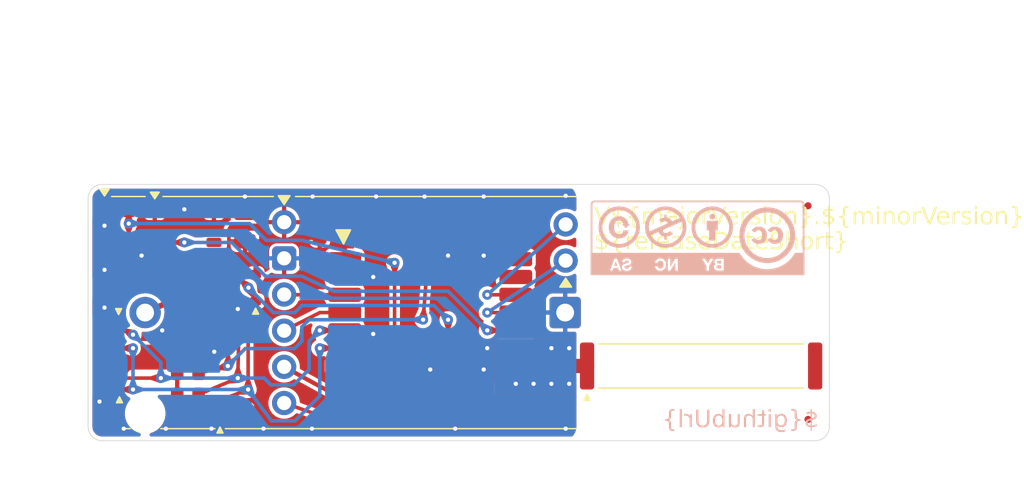
<source format=kicad_pcb>
(kicad_pcb (version 20240108) (generator "pcbnew") (generator_version "8.0")
  (layers (0 "F.Cu" signal) (31 "B.Cu" signal) (34 "B.Paste" user) (35 "F.Paste" user) (36 "B.SilkS" user "B.Silkscreen") (37 "F.SilkS" user "F.Silkscreen") (38 "B.Mask" user) (39 "F.Mask" user) (44 "Edge.Cuts" user))
  (net 0 "")
  (net 1 "GND")
  (net 2 "RF")
  (net 4 "+BATT")
  (net 5 "~{Enable-3.3V-Switched}")
  (net 6 "~{WRITE-PROTECT}")
  (net 7 "I2C2-SDA")
  (net 8 "I2C2-SCL")
  (net 9 "3.3V-Switched")
  (net 10 "Net-(U1-RST)")
  (net 12 "TEST0")
  (net 15 "SWDIO")
  (net 17 "SWO")
  (net 22 "SWCLK")
  (net 26 "UART1-TX")
  (net 27 "UART2-TX")
  (net 29 "UART2-RX")
  (footprint "1projectLibrary:DebugConnector_1x06_P2.54mm" (layer "F.Cu") (at 142.66 103.5)
    (property "Reference" "CONN1" (hide yes))
    (property "Value" "DEBUG-SWD")
    (pad "1" thru_hole circle (at 0 -6.35) (size 1.7 1.7) (drill 1) (layers "*.Cu" "*.Mask") (net 4 "+BATT"))
    (pad "2" thru_hole roundrect (at 0 -3.81) (size 1.7 1.7) (drill 1) (layers "*.Cu" "*.Mask") (roundrect_rratio 0.2) (net 1 "GND"))
    (pad "3" thru_hole oval (at 0 -1.27) (size 1.7 1.7) (drill 1) (layers "*.Cu" "*.Mask") (net 15 "SWDIO"))
    (pad "4" thru_hole oval (at 0 1.27) (size 1.7 1.7) (drill 1) (layers "*.Cu" "*.Mask") (net 22 "SWCLK"))
    (pad "5" thru_hole oval (at 0 3.81) (size 1.7 1.7) (drill 1) (layers "*.Cu" "*.Mask") (net 17 "SWO"))
    (pad "6" thru_hole oval (at 0 6.35) (size 1.7 1.7) (drill 1) (layers "*.Cu" "*.Mask") (net 26 "UART1-TX"))
  )
  (footprint "Fiducial:Fiducial_0.5mm_Mask1mm" (layer "F.Cu") (at 179.41 111 90)
    (property "Reference" "F2" (hide yes))
    (property "Value" "Fiducial")
    (pad "" smd circle (at 0 0 90) (size 0.5 0.5) (layers "F.Cu" "F.Mask") (clearance 0.25))
  )
  (footprint "Fiducial:Fiducial_0.5mm_Mask1mm" (layer "F.Cu") (at 179.41 96 90)
    (property "Reference" "F3" (hide yes))
    (property "Value" "Fiducial")
    (pad "" smd circle (at 0 0 90) (size 0.5 0.5) (layers "F.Cu" "F.Mask") (clearance 0.25))
  )
  (footprint "1projectLibrary:C_0805" (layer "F.Cu") (at 136.16 102.5)
    (property "Reference" "C10" (hide yes))
    (property "Value" "4.7uF")
    (pad "1" smd roundrect (at -1 0) (size 1 1.5) (layers "F.Cu" "F.Paste" "F.Mask") (roundrect_rratio 0.2) (net 4 "+BATT"))
    (pad "2" smd roundrect (at 1 0) (size 1 1.5) (layers "F.Cu" "F.Paste" "F.Mask") (roundrect_rratio 0.2) (net 1 "GND"))
  )
  (footprint "1projectLibrary:R_0603_nominal" (layer "F.Cu") (at 135.91 107.75)
    (property "Reference" "R1" (hide yes))
    (property "Value" "4K7")
    (pad "1" smd roundrect (at -0.75 0) (size 0.88 0.98) (layers "F.Cu" "F.Paste" "F.Mask") (net 9 "3.3V-Switched"))
    (pad "2" smd roundrect (at 0.75 0) (size 0.88 0.98) (layers "F.Cu" "F.Paste" "F.Mask") (net 6 "~{WRITE-PROTECT}"))
  )
  (footprint "1projectLibrary:R_0603_nominal" (layer "F.Cu") (at 135.91 100.75 180)
    (property "Reference" "R4" (hide yes))
    (property "Value" "330K")
    (pad "1" smd roundrect (at -0.75 0 180) (size 0.88 0.98) (layers "F.Cu" "F.Paste" "F.Mask") (net 5 "~{Enable-3.3V-Switched}"))
    (pad "2" smd roundrect (at 0.75 0 180) (size 0.88 0.98) (layers "F.Cu" "F.Paste" "F.Mask") (net 4 "+BATT"))
  )
  (footprint "1projectLibrary:SHT4X" (layer "F.Cu") (at 130.41 108.5 180)
    (property "Reference" "U3" (hide yes))
    (property "Value" "SHT40" (hide yes))
    (pad "1" smd roundrect (at -0.7 -0.4 180) (size 0.6 0.4) (layers "F.Cu" "F.Paste" "F.Mask") (roundrect_rratio 0.2) (net 7 "I2C2-SDA"))
    (pad "2" smd roundrect (at -0.7 0.4 180) (size 0.6 0.4) (layers "F.Cu" "F.Paste" "F.Mask") (roundrect_rratio 0.2) (net 8 "I2C2-SCL"))
    (pad "3" smd roundrect (at 0.7 0.4 180) (size 0.6 0.4) (layers "F.Cu" "F.Paste" "F.Mask") (roundrect_rratio 0.2) (net 9 "3.3V-Switched"))
    (pad "4" smd roundrect (at 0.7 -0.4 180) (size 0.6 0.4) (layers "F.Cu" "F.Paste" "F.Mask") (roundrect_rratio 0.2) (net 1 "GND"))
  )
  (footprint "1projectLibrary:TSL2591-SON" (layer "F.Cu") (at 130.41 105.25 -90)
    (property "Reference" "U4" (hide yes))
    (property "Value" "TSL25911" (hide yes))
    (pad "1" smd roundrect (at -0.75 -0.65 270) (size 1.2 0.35) (layers "F.Cu" "F.Paste" "F.Mask") (net 8 "I2C2-SCL"))
    (pad "2" smd roundrect (at -0.75 0 270) (size 1.2 0.35) (layers "F.Cu" "F.Paste" "F.Mask"))
    (pad "3" smd roundrect (at -0.75 0.65 270) (size 1.2 0.35) (layers "F.Cu" "F.Paste" "F.Mask") (net 1 "GND"))
    (pad "4" smd roundrect (at 0.75 0.65 270) (size 1.2 0.35) (layers "F.Cu" "F.Paste" "F.Mask"))
    (pad "5" smd roundrect (at 0.75 0 270) (size 1.2 0.35) (layers "F.Cu" "F.Paste" "F.Mask") (net 9 "3.3V-Switched"))
    (pad "6" smd roundrect (at 0.75 -0.65 270) (size 1.2 0.35) (layers "F.Cu" "F.Paste" "F.Mask") (net 7 "I2C2-SDA"))
  )
  (footprint "1projectLibrary:R_0603_nominal" (layer "F.Cu") (at 135.91 110.75)
    (property "Reference" "R2" (hide yes))
    (property "Value" "4K7")
    (pad "1" smd roundrect (at -0.75 0) (size 0.88 0.98) (layers "F.Cu" "F.Paste" "F.Mask") (net 9 "3.3V-Switched"))
    (pad "2" smd roundrect (at 0.75 0) (size 0.88 0.98) (layers "F.Cu" "F.Paste" "F.Mask") (net 7 "I2C2-SDA"))
  )
  (footprint "1projectLibrary:C_0805" (layer "F.Cu") (at 139.91 97.5 90)
    (property "Reference" "C11" (hide yes))
    (property "Value" "4.7uF")
    (pad "1" smd roundrect (at -1 0 90) (size 1 1.5) (layers "F.Cu" "F.Paste" "F.Mask") (roundrect_rratio 0.2) (net 4 "+BATT"))
    (pad "2" smd roundrect (at 1 0 90) (size 1 1.5) (layers "F.Cu" "F.Paste" "F.Mask") (roundrect_rratio 0.2) (net 1 "GND"))
  )
  (footprint "1projectLibrary:SI2367DS-SOT-23" (layer "F.Cu") (at 139.66 101.75 90)
    (property "Reference" "Q1" (hide yes))
    (property "Value" "NA")
    (pad "1" smd roundrect (at -0.95 1 90) (size 0.6 0.75) (layers "F.Cu" "F.Paste" "F.Mask") (roundrect_rratio 0.2) (net 5 "~{Enable-3.3V-Switched}"))
    (pad "2" smd roundrect (at 0.95 1 90) (size 0.6 0.75) (layers "F.Cu" "F.Paste" "F.Mask") (roundrect_rratio 0.2) (net 4 "+BATT"))
    (pad "3" smd roundrect (at 0 -1 90) (size 0.6 0.75) (layers "F.Cu" "F.Paste" "F.Mask") (roundrect_rratio 0.2) (net 9 "3.3V-Switched"))
  )
  (footprint "1projectLibrary:C_0603_nominal" (layer "F.Cu") (at 133.66 101 -90)
    (property "Reference" "C5" (hide yes))
    (property "Value" "100nF" (hide yes))
    (pad "1" smd roundrect (at -0.75 0 270) (size 0.88 0.98) (layers "F.Cu" "F.Paste" "F.Mask") (net 10 "Net-(U1-RST)"))
    (pad "2" smd roundrect (at 0.75 0 270) (size 0.88 0.98) (layers "F.Cu" "F.Paste" "F.Mask") (net 1 "GND"))
  )
  (footprint "1projectLibrary:C_0603_nominal" (layer "F.Cu") (at 145.16 97.5 90)
    (property "Reference" "C3" (hide yes))
    (property "Value" "100nF" (hide yes))
    (pad "1" smd roundrect (at -0.75 0 90) (size 0.88 0.98) (layers "F.Cu" "F.Paste" "F.Mask") (net 4 "+BATT"))
    (pad "2" smd roundrect (at 0.75 0 90) (size 0.88 0.98) (layers "F.Cu" "F.Paste" "F.Mask") (net 1 "GND"))
  )
  (footprint "1projectLibrary:XDCR_ANT-868-CHP-T" (layer "F.Cu") (at 171.91 107.25)
    (property "Reference" "ANT1" (hide yes))
    (property "Value" "Chip Antenna")
    (pad "1" smd roundrect (at -8 0) (size 1 3.3) (layers "F.Cu" "F.Paste" "F.Mask") (roundrect_rratio 0.2) (net 2 "RF"))
    (pad "2" smd roundrect (at 8 0) (size 1 3.3) (layers "F.Cu" "F.Paste" "F.Mask") (roundrect_rratio 0.2))
    (zone (net 0) (net_name "") (layer "F.Cu") (connect_pads (clearance 0)) (min_thickness 0.01)
      (keepout (tracks not_allowed) (vias not_allowed) (pads not_allowed) (copperpour not_allowed) (footprints allowed))
      (fill (thermal_gap 0.508) (thermal_bridge_width 0.508))
      (polygon (pts (xy 164.41 105.6) (xy 179.41 105.6) (xy 179.41 108.9) (xy 164.41 108.9)))
    )
  )
  (footprint "1projectLibrary:4341330258X6" (layer "F.Cu") (at 135.66 97.5)
    (property "Reference" "SW2" (hide yes))
    (property "Value" "MCU Reset")
    (pad "1" smd roundrect (at -2.075 -1.075) (size 1.05 0.65) (layers "F.Cu" "F.Paste" "F.Mask") (roundrect_rratio 0.2) (net 1 "GND"))
    (pad "2" smd roundrect (at 2.075 -1.075) (size 1.05 0.65) (layers "F.Cu" "F.Paste" "F.Mask") (roundrect_rratio 0.2) (net 1 "GND"))
    (pad "3" smd roundrect (at -2.075 1.075) (size 1.05 0.65) (layers "F.Cu" "F.Paste" "F.Mask") (roundrect_rratio 0.2) (net 10 "Net-(U1-RST)"))
    (pad "4" smd roundrect (at 2.075 1.075) (size 1.05 0.65) (layers "F.Cu" "F.Paste" "F.Mask") (roundrect_rratio 0.2) (net 10 "Net-(U1-RST)"))
  )
  (footprint "1projectLibrary:CliConnector_2p" (layer "F.Cu") (at 162.41 98.5 180)
    (property "Reference" "CONN2" (hide yes))
    (property "Value" "UART2 - CLI")
    (pad "1" thru_hole circle (at 0 -1.35 180) (size 1.7 1.7) (drill 1) (layers "*.Cu" "*.Mask") (net 29 "UART2-RX"))
    (pad "2" thru_hole circle (at 0 1.19 180) (size 1.7 1.7) (drill 1) (layers "*.Cu" "*.Mask") (net 27 "UART2-TX"))
  )
  (footprint "1projectLibrary:LoRa-E5" (layer "F.Cu") (at 152.91 103.5)
    (property "Reference" "U1" (hide yes))
    (property "Value" "Seeed_Wio-E5 LE")
    (pad "1" smd roundrect (at -6 -3.75 90) (size 1 2.3) (layers "F.Cu" "F.Paste" "F.Mask") (roundrect_rratio 0.2) (net 4 "+BATT"))
    (pad "2" smd roundrect (at -6 -2.5 90) (size 1 2.3) (layers "F.Cu" "F.Paste" "F.Mask") (roundrect_rratio 0.2) (net 1 "GND"))
    (pad "3" smd roundrect (at -6 -1.25 90) (size 1 2.3) (layers "F.Cu" "F.Paste" "F.Mask") (roundrect_rratio 0.2) (net 15 "SWDIO"))
    (pad "4" smd roundrect (at -6 0 90) (size 1 2.3) (layers "F.Cu" "F.Paste" "F.Mask") (roundrect_rratio 0.2) (net 22 "SWCLK"))
    (pad "5" smd roundrect (at -6 1.25 90) (size 1 2.3) (layers "F.Cu" "F.Paste" "F.Mask") (roundrect_rratio 0.2) (net 8 "I2C2-SCL"))
    (pad "6" smd roundrect (at -6 2.5 90) (size 1 2.3) (layers "F.Cu" "F.Paste" "F.Mask") (roundrect_rratio 0.2) (net 7 "I2C2-SDA"))
    (pad "7" smd roundrect (at -6 3.75 90) (size 1 2.3) (layers "F.Cu" "F.Paste" "F.Mask") (roundrect_rratio 0.2))
    (pad "8" smd roundrect (at -3.75 6 180) (size 1 2.3) (layers "F.Cu" "F.Paste" "F.Mask") (roundrect_rratio 0.2) (net 17 "SWO"))
    (pad "9" smd roundrect (at -2.5 6 180) (size 1 2.3) (layers "F.Cu" "F.Paste" "F.Mask") (roundrect_rratio 0.2))
    (pad "10" smd roundrect (at -1.25 6 180) (size 1 2.3) (layers "F.Cu" "F.Paste" "F.Mask") (roundrect_rratio 0.2) (net 26 "UART1-TX"))
    (pad "11" smd roundrect (at 0 6 180) (size 1 2.3) (layers "F.Cu" "F.Paste" "F.Mask") (roundrect_rratio 0.2))
    (pad "12" smd roundrect (at 1.25 6 180) (size 1 2.3) (layers "F.Cu" "F.Paste" "F.Mask") (roundrect_rratio 0.2) (net 5 "~{Enable-3.3V-Switched}"))
    (pad "13" smd roundrect (at 2.5 6 180) (size 1 2.3) (layers "F.Cu" "F.Paste" "F.Mask") (roundrect_rratio 0.2))
    (pad "14" smd roundrect (at 3.75 6 180) (size 1 2.3) (layers "F.Cu" "F.Paste" "F.Mask") (roundrect_rratio 0.2) (net 1 "GND"))
    (pad "15" smd roundrect (at 6 3.75 270) (size 1 2.3) (layers "F.Cu" "F.Paste" "F.Mask") (roundrect_rratio 0.2) (net 2 "RF"))
    (pad "16" smd roundrect (at 6 2.5 270) (size 1 2.3) (layers "F.Cu" "F.Paste" "F.Mask") (roundrect_rratio 0.2) (net 1 "GND"))
    (pad "17" smd roundrect (at 6 1.25 270) (size 1 2.3) (layers "F.Cu" "F.Paste" "F.Mask") (roundrect_rratio 0.2) (net 10 "Net-(U1-RST)"))
    (pad "18" smd roundrect (at 6 0 270) (size 1 2.3) (layers "F.Cu" "F.Paste" "F.Mask") (roundrect_rratio 0.2) (net 29 "UART2-RX"))
    (pad "19" smd roundrect (at 6 -1.25 270) (size 1 2.3) (layers "F.Cu" "F.Paste" "F.Mask") (roundrect_rratio 0.2) (net 27 "UART2-TX"))
    (pad "20" smd roundrect (at 6 -2.5 270) (size 1 2.3) (layers "F.Cu" "F.Paste" "F.Mask") (roundrect_rratio 0.2))
    (pad "21" smd roundrect (at 6 -3.75 270) (size 1 2.3) (layers "F.Cu" "F.Paste" "F.Mask") (roundrect_rratio 0.2))
    (pad "22" smd roundrect (at 3.75 -6) (size 1 2.3) (layers "F.Cu" "F.Paste" "F.Mask") (roundrect_rratio 0.2) (net 1 "GND"))
    (pad "23" smd roundrect (at 2.5 -6) (size 1 2.3) (layers "F.Cu" "F.Paste" "F.Mask") (roundrect_rratio 0.2))
    (pad "24" smd roundrect (at 1.25 -6) (size 1 2.3) (layers "F.Cu" "F.Paste" "F.Mask") (roundrect_rratio 0.2))
    (pad "25" smd roundrect (at 0 -6) (size 1 2.3) (layers "F.Cu" "F.Paste" "F.Mask") (roundrect_rratio 0.2) (net 6 "~{WRITE-PROTECT}"))
    (pad "26" smd roundrect (at -1.25 -6) (size 1 2.3) (layers "F.Cu" "F.Paste" "F.Mask") (roundrect_rratio 0.2))
    (pad "27" smd roundrect (at -2.5 -6) (size 1 2.3) (layers "F.Cu" "F.Paste" "F.Mask") (roundrect_rratio 0.2))
    (pad "28" smd roundrect (at -3.75 -6) (size 1 2.3) (layers "F.Cu" "F.Paste" "F.Mask") (roundrect_rratio 0.2) (net 12 "TEST0"))
  )
  (footprint "1projectLibrary:4343X10458XX" (layer "F.Cu") (at 130.91 99 90)
    (property "Reference" "SW1" (hide yes))
    (property "Value" "Application Button")
    (pad "1" smd roundrect (at 2.8 -0.85 270) (size 1.2 1) (layers "F.Cu" "F.Paste" "F.Mask") (net 1 "GND"))
    (pad "2" smd roundrect (at 2.8 0.85 270) (size 1.2 1) (layers "F.Cu" "F.Paste" "F.Mask") (net 17 "SWO"))
    (pad "3" smd roundrect (at -2.8 -0.85 270) (size 1.2 1) (layers "F.Cu" "F.Paste" "F.Mask") (net 1 "GND"))
    (pad "4" smd roundrect (at -2.8 0.85 270) (size 1.2 1) (layers "F.Cu" "F.Paste" "F.Mask") (net 17 "SWO"))
  )
  (footprint "1projectLibrary:R_0603_nominal" (layer "F.Cu") (at 135.91 109.25)
    (property "Reference" "R3" (hide yes))
    (property "Value" "4K7")
    (pad "1" smd roundrect (at -0.75 0) (size 0.88 0.98) (layers "F.Cu" "F.Paste" "F.Mask") (net 9 "3.3V-Switched"))
    (pad "2" smd roundrect (at 0.75 0) (size 0.88 0.98) (layers "F.Cu" "F.Paste" "F.Mask") (net 8 "I2C2-SCL"))
  )
  (footprint "Fiducial:Fiducial_0.5mm_Mask1mm" (layer "F.Cu") (at 130.41 111 90)
    (property "Reference" "F1" (hide yes))
    (property "Value" "Fiducial")
    (pad "" smd circle (at 0 0 90) (size 0.5 0.5) (layers "F.Cu" "F.Mask") (clearance 0.25))
  )
  (footprint "1projectLibrary:BR24G1M-TSSOP-B8" (layer "F.Cu") (at 139.16 107.75 90)
    (property "Reference" "U2" (hide yes))
    (property "Value" "BR24G1MFVT")
    (pad "1" smd roundrect (at -2.9 -0.975 90) (size 1.2 0.35) (layers "F.Cu" "F.Paste" "F.Mask") (roundrect_rratio 0.2) (net 1 "GND"))
    (pad "2" smd roundrect (at -2.9 -0.325 90) (size 1.2 0.35) (layers "F.Cu" "F.Paste" "F.Mask") (roundrect_rratio 0.2) (net 1 "GND"))
    (pad "3" smd roundrect (at -2.9 0.325 90) (size 1.2 0.35) (layers "F.Cu" "F.Paste" "F.Mask") (roundrect_rratio 0.2) (net 1 "GND"))
    (pad "4" smd roundrect (at -2.9 0.975 90) (size 1.2 0.35) (layers "F.Cu" "F.Paste" "F.Mask") (roundrect_rratio 0.2) (net 1 "GND"))
    (pad "5" smd roundrect (at 2.9 0.975 90) (size 1.2 0.35) (layers "F.Cu" "F.Paste" "F.Mask") (roundrect_rratio 0.2) (net 7 "I2C2-SDA"))
    (pad "6" smd roundrect (at 2.9 0.325 90) (size 1.2 0.35) (layers "F.Cu" "F.Paste" "F.Mask") (roundrect_rratio 0.2) (net 8 "I2C2-SCL"))
    (pad "7" smd roundrect (at 2.9 -0.325 90) (size 1.2 0.35) (layers "F.Cu" "F.Paste" "F.Mask") (roundrect_rratio 0.2) (net 6 "~{WRITE-PROTECT}"))
    (pad "8" smd roundrect (at 2.9 -0.975 90) (size 1.2 0.35) (layers "F.Cu" "F.Paste" "F.Mask") (roundrect_rratio 0.2) (net 9 "3.3V-Switched"))
  )
  (footprint "1projectLibrary:C_0603_nominal" (layer "F.Cu") (at 135.91 104.75 180)
    (property "Reference" "C2" (hide yes))
    (property "Value" "100nF" (hide yes))
    (pad "1" smd roundrect (at -0.75 0 180) (size 0.88 0.98) (layers "F.Cu" "F.Paste" "F.Mask") (net 9 "3.3V-Switched"))
    (pad "2" smd roundrect (at 0.75 0 180) (size 0.88 0.98) (layers "F.Cu" "F.Paste" "F.Mask") (net 1 "GND"))
  )
  (footprint "1projectLibrary:C_0603_nominal" (layer "F.Cu") (at 135.91 106.25)
    (property "Reference" "C1" (hide yes))
    (property "Value" "100nF" (hide yes))
    (pad "1" smd roundrect (at -0.75 0) (size 0.88 0.98) (layers "F.Cu" "F.Paste" "F.Mask") (net 9 "3.3V-Switched"))
    (pad "2" smd roundrect (at 0.75 0) (size 0.88 0.98) (layers "F.Cu" "F.Paste" "F.Mask") (net 1 "GND"))
  )
  (footprint "1projectLibrary:108_Keystone" (layer "B.Cu") (at 132.91 103.5)
    (property "Reference" "BH1" (hide yes))
    (property "Value" "Battery Holder")
    (pad "" np_thru_hole circle (at 0 7.0866) (size 2.25 2.25) (drill 2.25) (layers "F&B.Cu" "*.Mask"))
    (pad "1" thru_hole circle (at 0 0) (size 2.2 2.2) (drill 1.25) (layers "*.Cu" "*.Mask") (net 4 "+BATT"))
    (pad "2" thru_hole roundrect (at 29.464 0) (size 2.2 2.2) (drill 1.25) (layers "*.Cu" "*.Mask") (roundrect_rratio 0.1136363636) (net 1 "GND"))
  )
  (footprint "1projectLibrary:cc-logo" (layer "B.Cu") (at 171.66 98.25 180)
    (property "Reference" "G***" (hide yes))
    (property "Value" "LOGO" (hide yes))
  )
  (gr_line (start 137.81 111.65) (end 134.01 111.65) (stroke (width 0.1)) (layer "F.SilkS"))
  (gr_line (start 131.86 111.65) (end 131.31 111.65) (stroke (width 0.1)) (layer "F.SilkS"))
  (gr_line (start 163.16 111.65) (end 138.535 111.65) (stroke (width 0.1)) (layer "F.SilkS"))
  (gr_line (start 163.16 95.35) (end 143.46 95.35) (stroke (width 0.1)) (layer "F.SilkS"))
  (gr_line (start 141.91 95.35) (end 134.16 95.35) (stroke (width 0.1)) (layer "F.SilkS"))
  (gr_line (start 132.91 95.35) (end 130.56 95.35) (stroke (width 0.1)) (layer "F.SilkS"))
  (gr_arc (start 179.91 94.5) (mid 180.617107 94.792893) (end 180.91 95.5) (stroke (width 0.05)) (layer "Edge.Cuts"))
  (gr_line (start 180.91 95.5) (end 180.91 111.5) (stroke (width 0.05)) (layer "Edge.Cuts"))
  (gr_line (start 179.91 112.5) (end 129.91 112.5) (stroke (width 0.05)) (layer "Edge.Cuts"))
  (gr_arc (start 128.91 95.5) (mid 129.202893 94.792893) (end 129.91 94.5) (stroke (width 0.05)) (layer "Edge.Cuts"))
  (gr_arc (start 180.91 111.5) (mid 180.617107 112.207107) (end 179.91 112.5) (stroke (width 0.05)) (layer "Edge.Cuts"))
  (gr_arc (start 129.91 112.5) (mid 129.202893 112.207107) (end 128.91 111.5) (stroke (width 0.05)) (layer "Edge.Cuts"))
  (gr_line (start 128.91 111.5) (end 128.91 95.5) (stroke (width 0.05)) (layer "Edge.Cuts"))
  (gr_line (start 129.91 94.5) (end 179.91 94.5) (stroke (width 0.05)) (layer "Edge.Cuts"))
  (gr_text "${githubUrl}" (at 180.16 111.75 -0) (layer "B.SilkS") (effects (font (size 1.2 1.2)) (justify left bottom mirror)))
  (gr_text "V${majorVersion}.${minorVersion}" (at 164.41 97.5 0) (layer "F.SilkS") (effects (font (size 1.2 1.2)) (justify left bottom)))
  (gr_text "${releaseDateShort}" (at 164.41 99.25 0) (layer "F.SilkS") (effects (font (size 1.2 1.2)) (justify left bottom)))
  (segment (start 137.16 102.75) (end 137.16 102.5) (width 0.3) (layer "F.Cu") (net 1))
  (via (at 129.71 109.75) (size 0.7) (drill 0.3) (layers "F.Cu" "B.Cu") (net 1))
  (via (at 156.91 106) (size 0.7) (drill 0.3) (layers "F.Cu" "B.Cu") (net 1))
  (via (at 148.91 105) (size 0.7) (drill 0.3) (layers "F.Cu" "B.Cu") (net 1))
  (via (at 158.91 108.5) (size 0.7) (drill 0.3) (layers "F.Cu" "B.Cu") (net 1))
  (via (at 130.06 103.15) (size 0.7) (drill 0.3) (layers "F.Cu" "B.Cu") (net 1))
  (via (at 162.66 106) (size 0.7) (drill 0.3) (layers "F.Cu" "B.Cu") (net 1))
  (via (at 152.91 107.5) (size 0.7) (drill 0.3) (layers "F.Cu" "B.Cu") (net 1))
  (via (at 134.36 111.65) (size 0.7) (drill 0.3) (layers "F.Cu" "B.Cu") (net 1))
  (via (at 134.11 104.75) (size 0.7) (drill 0.3) (layers "F.Cu" "B.Cu") (net 1))
  (via (at 154.66 111.65) (size 0.7) (drill 0.3) (layers "F.Cu" "B.Cu") (net 1))
  (via (at 154.16 99.5) (size 0.7) (drill 0.3) (layers "F.Cu" "B.Cu") (net 1))
  (via (at 162.41 95.3) (size 0.7) (drill 0.3) (layers "F.Cu" "B.Cu") (net 1))
  (via (at 156.66 107.5) (size 0.7) (drill 0.3) (layers "F.Cu" "B.Cu") (net 1))
  (via (at 161.41 108.5) (size 0.7) (drill 0.3) (layers "F.Cu" "B.Cu") (net 1))
  (via (at 160.16 108.5) (size 0.7) (drill 0.3) (layers "F.Cu" "B.Cu") (net 1))
  (via (at 144.66 95.35) (size 0.7) (drill 0.3) (layers "F.Cu" "B.Cu") (net 1))
  (via (at 144.61 111.65) (size 0.7) (drill 0.3) (layers "F.Cu" "B.Cu") (net 1))
  (via (at 130.06 100.5) (size 0.7) (drill 0.3) (layers "F.Cu" "B.Cu") (net 1))
  (via (at 156.66 99.5) (size 0.7) (drill 0.3) (layers "F.Cu" "B.Cu") (net 1))
  (via (at 152.51 95.35) (size 0.7) (drill 0.3) (layers "F.Cu" "B.Cu") (net 1))
  (via (at 130.06 97.4) (size 0.7) (drill 0.3) (layers "F.Cu" "B.Cu") (net 1))
  (via (at 161.41 106) (size 0.7) (drill 0.3) (layers "F.Cu" "B.Cu") (net 1))
  (via (at 162.41 111.65) (size 0.7) (drill 0.3) (layers "F.Cu" "B.Cu") (net 1))
  (via (at 156.66 95.35) (size 0.7) (drill 0.3) (layers "F.Cu" "B.Cu") (net 1))
  (via (at 137.76 106.25) (size 0.7) (drill 0.3) (layers "F.Cu" "B.Cu") (net 1))
  (via (at 131.41 111.65) (size 0.7) (drill 0.3) (layers "F.Cu" "B.Cu") (net 1))
  (via (at 137.56 111.65) (size 0.7) (drill 0.3) (layers "F.Cu" "B.Cu") (net 1))
  (via (at 139.91 95.35) (size 0.7) (drill 0.3) (layers "F.Cu" "B.Cu") (net 1))
  (via (at 162.66 108.5) (size 0.7) (drill 0.3) (layers "F.Cu" "B.Cu") (net 1))
  (via (at 149.11 95.35) (size 0.7) (drill 0.3) (layers "F.Cu" "B.Cu") (net 1))
  (via (at 135.66 96.25) (size 0.7) (drill 0.3) (layers "F.Cu" "B.Cu") (net 1))
  (via (at 141.21 111.65) (size 0.7) (drill 0.3) (layers "F.Cu" "B.Cu") (net 1))
  (via (at 148.91 101) (size 0.7) (drill 0.3) (layers "F.Cu" "B.Cu") (net 1))
  (via (at 139.41 103.25) (size 0.7) (drill 0.3) (layers "F.Cu" "B.Cu") (net 1))
  (via (at 132.66 99.5) (size 0.7) (drill 0.3) (layers "F.Cu" "B.Cu") (net 1))
  (segment (start 158.91 107.25) (end 163.91 107.25) (width 1) (layer "F.Cu") (net 2))
  (segment (start 135.16 100.75) (end 135.16 102.5) (width 0.2) (layer "F.Cu") (net 4))
  (segment (start 132.91 103.5) (end 135.16 102.5) (width 0.4) (layer "F.Cu") (net 4))
  (segment (start 139.16 100.75) (end 140.16 101.75) (width 0.25) (layer "F.Cu") (net 5))
  (segment (start 154.16 104) (end 154.16 109.5) (width 0.25) (layer "F.Cu") (net 5))
  (segment (start 136.66 100.75) (end 139.16 100.75) (width 0.25) (layer "F.Cu") (net 5))
  (segment (start 136.66 100.75) (end 136.785927 100.75) (width 0.25) (layer "F.Cu") (net 5))
  (segment (start 140.16 101.75) (end 140.66 102.7) (width 0.2) (layer "F.Cu") (net 5))
  (via (at 140.16 101.75) (size 0.7) (drill 0.3) (layers "F.Cu" "B.Cu") (net 5))
  (via (at 154.16 104) (size 0.7) (drill 0.3) (layers "F.Cu" "B.Cu") (net 5))
  (segment (start 154.16 104) (end 153.16 103) (width 0.25) (layer "B.Cu") (net 5))
  (segment (start 143.91 103) (end 143.41 103.5) (width 0.25) (layer "B.Cu") (net 5))
  (segment (start 141.91 103.5) (end 140.16 101.75) (width 0.25) (layer "B.Cu") (net 5))
  (segment (start 153.16 103) (end 143.91 103) (width 0.25) (layer "B.Cu") (net 5))
  (segment (start 143.41 103.5) (end 141.91 103.5) (width 0.25) (layer "B.Cu") (net 5))
  (segment (start 138.71 107.25) (end 138.835 104.85) (width 0.25) (layer "F.Cu") (net 6))
  (segment (start 136.66 107.75) (end 138.71 107.25) (width 0.25) (layer "F.Cu") (net 6))
  (segment (start 152.41 104) (end 152.91 97.5) (width 0.25) (layer "F.Cu") (net 6))
  (via (at 152.41 104) (size 0.7) (drill 0.3) (layers "F.Cu" "B.Cu") (net 6))
  (via (at 138.71 107.25) (size 0.7) (drill 0.3) (layers "F.Cu" "B.Cu") (net 6))
  (segment (start 139.935 106.025) (end 138.71 107.25) (width 0.25) (layer "B.Cu") (net 6))
  (segment (start 143.91 104.5) (end 143.91 105.5) (width 0.25) (layer "B.Cu") (net 6))
  (segment (start 152.41 104) (end 144.41 104) (width 0.25) (layer "B.Cu") (net 6))
  (segment (start 143.385 106.025) (end 139.935 106.025) (width 0.25) (layer "B.Cu") (net 6))
  (segment (start 144.41 104) (end 143.91 104.5) (width 0.25) (layer "B.Cu") (net 6))
  (segment (start 143.91 105.5) (end 143.385 106.025) (width 0.25) (layer "B.Cu") (net 6))
  (segment (start 131.06 106) (end 132.06 106) (width 0.25) (layer "F.Cu") (net 7))
  (segment (start 137.623499 109.867734) (end 140.135 108.9) (width 0.25) (layer "F.Cu") (net 7))
  (segment (start 145.16 106) (end 146.91 106) (width 0.25) (layer "F.Cu") (net 7))
  (segment (start 140.135 108.9) (end 140.135 104.85) (width 0.25) (layer "F.Cu") (net 7))
  (segment (start 131.11 108.9) (end 132.06 108.9) (width 0.25) (layer "F.Cu") (net 7))
  (segment (start 136.66 110.75) (end 137.253515 110.116918) (width 0.25) (layer "F.Cu") (net 7))
  (via (at 145.16 106) (size 0.7) (drill 0.3) (layers "F.Cu" "B.Cu") (net 7))
  (via (at 132.06 108.9) (size 0.7) (drill 0.3) (layers "F.Cu" "B.Cu") (net 7))
  (via (at 132.06 106) (size 0.7) (drill 0.3) (layers "F.Cu" "B.Cu") (net 7))
  (via (at 140.135 108.9) (size 0.7) (drill 0.3) (layers "F.Cu" "B.Cu") (net 7))
  (arc (start 137.253515 110.116918) (mid 137.424436 109.971433) (end 137.623499 109.867734) (width 0.25) (layer "F.Cu") (net 7))
  (segment (start 132.06 106) (end 132.06 108.9) (width 0.25) (layer "B.Cu") (net 7))
  (segment (start 145.16 109.363173) (end 145.16 106) (width 0.25) (layer "B.Cu") (net 7))
  (segment (start 143.423173 111.1) (end 145.16 109.363173) (width 0.25) (layer "B.Cu") (net 7))
  (segment (start 141.771827 111.1) (end 143.423173 111.1) (width 0.25) (layer "B.Cu") (net 7))
  (segment (start 140.135 108.9) (end 132.06 108.9) (width 0.25) (layer "B.Cu") (net 7))
  (segment (start 140.135 108.9) (end 141.771827 111.1) (width 0.25) (layer "B.Cu") (net 7))
  (segment (start 146.91 104.75) (end 145.16 104.75) (width 0.25) (layer "F.Cu") (net 8))
  (segment (start 134.01 108.1) (end 131.11 108.1) (width 0.25) (layer "F.Cu") (net 8))
  (segment (start 139.485 104.589214) (end 139.485 104.85) (width 0.25) (layer "F.Cu") (net 8))
  (segment (start 139.41 108.1) (end 136.66 109.25) (width 0.25) (layer "F.Cu") (net 8))
  (segment (start 139.41 108.1) (end 139.485 104.85) (width 0.25) (layer "F.Cu") (net 8))
  (segment (start 132.06 105.05) (end 131.06 104.5) (width 0.25) (layer "F.Cu") (net 8))
  (via (at 134.01 108.1) (size 0.7) (drill 0.3) (layers "F.Cu" "B.Cu") (net 8))
  (via (at 132.06 105.05) (size 0.7) (drill 0.3) (layers "F.Cu" "B.Cu") (net 8))
  (via (at 139.41 108.1) (size 0.7) (drill 0.3) (layers "F.Cu" "B.Cu") (net 8))
  (via (at 145.16 104.75) (size 0.7) (drill 0.3) (layers "F.Cu" "B.Cu") (net 8))
  (segment (start 144.41 105.5) (end 144.41 107.5) (width 0.25) (layer "B.Cu") (net 8))
  (segment (start 145.16 104.75) (end 144.41 105.5) (width 0.25) (layer "B.Cu") (net 8))
  (segment (start 143.335 108.575) (end 141.735 108.575) (width 0.25) (layer "B.Cu") (net 8))
  (segment (start 132.064595 105.05) (end 132.06 105.05) (width 0.25) (layer "B.Cu") (net 8))
  (segment (start 141.26 108.1) (end 139.41 108.1) (width 0.25) (layer "B.Cu") (net 8))
  (segment (start 141.735 108.575) (end 141.26 108.1) (width 0.25) (layer "B.Cu") (net 8))
  (segment (start 134.01 108.1) (end 134.01 106.995405) (width 0.25) (layer "B.Cu") (net 8))
  (segment (start 134.01 106.995405) (end 132.064595 105.05) (width 0.25) (layer "B.Cu") (net 8))
  (segment (start 139.41 108.1) (end 134.01 108.1) (width 0.25) (layer "B.Cu") (net 8))
  (segment (start 144.41 107.5) (end 143.335 108.575) (width 0.25) (layer "B.Cu") (net 8))
  (segment (start 135.16 106.25) (end 135.16 110.75) (width 0.3) (layer "F.Cu") (net 9))
  (segment (start 136.66 104.75) (end 135.16 106.25) (width 0.3) (layer "F.Cu") (net 9))
  (segment (start 138.185 104.125) (end 138.66 103.65) (width 0.25) (layer "F.Cu") (net 9))
  (segment (start 138.085 104.75) (end 138.185 104.85) (width 0.2) (layer "F.Cu") (net 9))
  (segment (start 138.185 104.763782) (end 138.185 104.85) (width 0.25) (layer "F.Cu") (net 9))
  (segment (start 138.185 104.85) (end 138.185 104.125) (width 0.25) (layer "F.Cu") (net 9))
  (segment (start 136.66 104.75) (end 138.085 104.75) (width 0.25) (layer "F.Cu") (net 9))
  (segment (start 138.66 103.65) (end 138.66 101.75) (width 0.25) (layer "F.Cu") (net 9))
  (segment (start 133.585 100.175) (end 133.585 98.575) (width 0.2) (layer "F.Cu") (net 10))
  (segment (start 133.585 98.575) (end 135.66 98.575) (width 0.2) (layer "F.Cu") (net 10))
  (segment (start 133.66 100.25) (end 133.585 100.175) (width 0.2) (layer "F.Cu") (net 10))
  (segment (start 158.91 104.75) (end 156.91 104.75) (width 0.25) (layer "F.Cu") (net 10))
  (segment (start 135.66 98.575) (end 137.735 98.575) (width 0.2) (layer "F.Cu") (net 10))
  (via (at 135.66 98.575) (size 0.7) (drill 0.3) (layers "F.Cu" "B.Cu") (net 10))
  (via (at 156.91 104.75) (size 0.7) (drill 0.3) (layers "F.Cu" "B.Cu") (net 10))
  (segment (start 138.985 98.575) (end 141.36 100.95) (width 0.25) (layer "B.Cu") (net 10))
  (segment (start 143.91 100.95) (end 146.16 102) (width 0.25) (layer "B.Cu") (net 10))
  (segment (start 135.66 98.575) (end 138.985 98.575) (width 0.25) (layer "B.Cu") (net 10))
  (segment (start 141.36 100.95) (end 143.91 100.95) (width 0.25) (layer "B.Cu") (net 10))
  (segment (start 154.16 102) (end 156.91 104.75) (width 0.25) (layer "B.Cu") (net 10))
  (segment (start 146.16 102) (end 154.16 102) (width 0.25) (layer "B.Cu") (net 10))
  (segment (start 142.68 102.25) (end 142.66 102.23) (width 0.25) (layer "F.Cu") (net 15))
  (segment (start 146.91 102.25) (end 142.68 102.25) (width 0.25) (layer "F.Cu") (net 15))
  (segment (start 146.66 102.25) (end 146.91 102.25) (width 0.25) (layer "F.Cu") (net 15))
  (segment (start 146.66 109.5) (end 142.66 107.31) (width 0.3) (layer "F.Cu") (net 17))
  (segment (start 150.41 100) (end 150.41 106.5) (width 0.25) (layer "F.Cu") (net 17))
  (segment (start 131.76 97.25) (end 131.76 96.2) (width 0.2) (layer "F.Cu") (net 17))
  (segment (start 150.41 106.5) (end 149.16 107.75) (width 0.25) (layer "F.Cu") (net 17))
  (segment (start 149.16 107.75) (end 149.16 109.5) (width 0.25) (layer "F.Cu") (net 17))
  (segment (start 131.76 101.8) (end 131.76 97.25) (width 0.2) (layer "F.Cu") (net 17))
  (segment (start 149.16 109.5) (end 146.66 109.5) (width 0.3) (layer "F.Cu") (net 17))
  (via (at 150.41 100) (size 0.7) (drill 0.3) (layers "F.Cu" "B.Cu") (net 17))
  (via (at 131.76 97.25) (size 0.7) (drill 0.3) (layers "F.Cu" "B.Cu") (net 17))
  (segment (start 143.91 98.425) (end 150.41 100) (width 0.25) (layer "B.Cu") (net 17))
  (segment (start 141.41 98.425) (end 143.91 98.425) (width 0.25) (layer "B.Cu") (net 17))
  (segment (start 131.76 97.25) (end 140.235 97.25) (width 0.25) (layer "B.Cu") (net 17))
  (segment (start 140.235 97.25) (end 141.41 98.425) (width 0.25) (layer "B.Cu") (net 17))
  (segment (start 146.91 103.5) (end 145.16 103.5) (width 0.25) (layer "F.Cu") (net 22))
  (segment (start 145.16 103.5) (end 142.66 104.77) (width 0.25) (layer "F.Cu") (net 22))
  (segment (start 151.285 111.25) (end 151.66 110.875) (width 0.25) (layer "F.Cu") (net 26))
  (segment (start 142.66 109.85) (end 146.66 111.25) (width 0.25) (layer "F.Cu") (net 26))
  (segment (start 146.66 111.25) (end 151.285 111.25) (width 0.25) (layer "F.Cu") (net 26))
  (segment (start 151.66 110.875) (end 151.66 109.5) (width 0.25) (layer "F.Cu") (net 26))
  (segment (start 156.91 102.25) (end 158.91 102.25) (width 0.25) (layer "F.Cu") (net 27))
  (via (at 156.91 102.25) (size 0.7) (drill 0.3) (layers "F.Cu" "B.Cu") (net 27))
  (segment (start 162.41 97.31) (end 156.91 102.25) (width 0.25) (layer "B.Cu") (net 27))
  (segment (start 156.91 103.5) (end 158.91 103.5) (width 0.25) (layer "F.Cu") (net 29))
  (via (at 156.91 103.5) (size 0.7) (drill 0.3) (layers "F.Cu" "B.Cu") (net 29))
  (segment (start 162.41 99.85) (end 156.91 103.5) (width 0.25) (layer "B.Cu") (net 29))
  (zone (net 4) (net_name "+BATT") (layer "F.Cu") (name "vBat") (priority 5) (connect_pads (clearance 0.2)) (min_thickness 0.1) (fill yes (thermal_gap 0.25) (thermal_bridge_width 0.3) (smoothing fillet) (radius 0.5))
    (polygon (pts (xy 135.91 101) (xy 135.91 103.5) (xy 134.41 103.5) (xy 134.41 99.25) (xy 138.66 99.25) (xy 138.66 97.25) (xy 141.16 97.25) (xy 141.16 95.75) (xy 143.91 95.75) (xy 143.91 97.25) (xy 147.56 97.25) (xy 147.56 100.25) (xy 141.91 100.25) (xy 140.91 101)))
  )
  (zone (net 9) (net_name "3.3V-Switched") (layer "F.Cu") (name "vBat") (priority 2) (connect_pads (clearance 0.2)) (min_thickness 0.1) (fill yes (thermal_gap 0.25) (thermal_bridge_width 0.3) (smoothing fillet) (radius 0.5))
    (polygon (pts (xy 129.41 105.75) (xy 135.61 105.75) (xy 135.61 107.5) (xy 131.66 107.5) (xy 131.66 108.25) (xy 129.41 108.25)))
  )
  (zone (net 1) (net_name "GND") (layers "F&B.Cu") (name "groundPlane") (connect_pads (clearance 0.25)) (min_thickness 0.25) (fill yes (thermal_gap 0.25) (thermal_bridge_width 0.3) (smoothing fillet) (radius 1))
    (polygon (pts (xy 128.91 112.5) (xy 128.91 94.5) (xy 163.16 94.5) (xy 163.16 112.5)))
  )
  (zone (net 1) (net_name "GND") (layers "F&B.Cu") (priority 1) (connect_pads (clearance 0.176)) (min_thickness 0.25) (fill yes (thermal_gap 0.25) (thermal_bridge_width 0.25) (smoothing fillet) (radius 1))
    (polygon (pts (xy 157.41 105.35) (xy 163.16 105.35) (xy 163.16 109.25) (xy 157.41 109.25)))
  )
)
</source>
